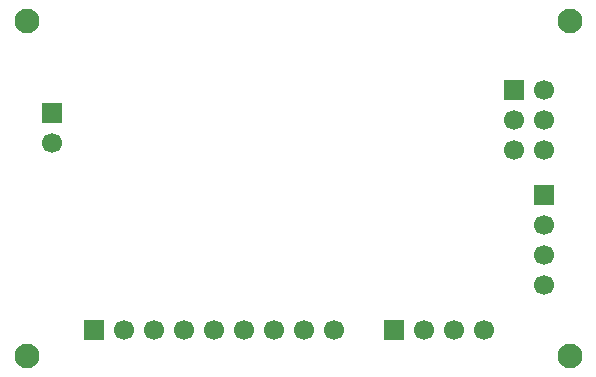
<source format=gbs>
%TF.GenerationSoftware,KiCad,Pcbnew,9.0.4*%
%TF.CreationDate,2025-09-27T01:32:14+08:00*%
%TF.ProjectId,KiCAD_Proj (MCU datalogger),4b694341-445f-4507-926f-6a20284d4355,rev?*%
%TF.SameCoordinates,Original*%
%TF.FileFunction,Soldermask,Bot*%
%TF.FilePolarity,Negative*%
%FSLAX46Y46*%
G04 Gerber Fmt 4.6, Leading zero omitted, Abs format (unit mm)*
G04 Created by KiCad (PCBNEW 9.0.4) date 2025-09-27 01:32:14*
%MOMM*%
%LPD*%
G01*
G04 APERTURE LIST*
%ADD10C,2.100000*%
%ADD11R,1.700000X1.700000*%
%ADD12C,1.700000*%
G04 APERTURE END LIST*
D10*
%TO.C,H2*%
X91440000Y-105664000D03*
%TD*%
%TO.C,H4*%
X137414000Y-105664000D03*
%TD*%
D11*
%TO.C,J4*%
X132715000Y-83185000D03*
D12*
X135255000Y-83185000D03*
X132715000Y-85725000D03*
X135255000Y-85725000D03*
X132715000Y-88265000D03*
X135255000Y-88265000D03*
%TD*%
D11*
%TO.C,J3*%
X122555000Y-103505000D03*
D12*
X125095000Y-103505000D03*
X127635000Y-103505000D03*
X130175000Y-103505000D03*
%TD*%
D11*
%TO.C,J1*%
X135255000Y-92075000D03*
D12*
X135255000Y-94615000D03*
X135255000Y-97155000D03*
X135255000Y-99695000D03*
%TD*%
D10*
%TO.C,H3*%
X137414000Y-77343000D03*
%TD*%
D11*
%TO.C,BT1*%
X93599000Y-85090000D03*
D12*
X93599000Y-87630000D03*
%TD*%
D11*
%TO.C,J2*%
X97155000Y-103505000D03*
D12*
X99695000Y-103505000D03*
X102235000Y-103505000D03*
X104775000Y-103505000D03*
X107315000Y-103505000D03*
X109855000Y-103505000D03*
X112395000Y-103505000D03*
X114935000Y-103505000D03*
X117475000Y-103505000D03*
%TD*%
D10*
%TO.C,H1*%
X91440000Y-77343000D03*
%TD*%
M02*

</source>
